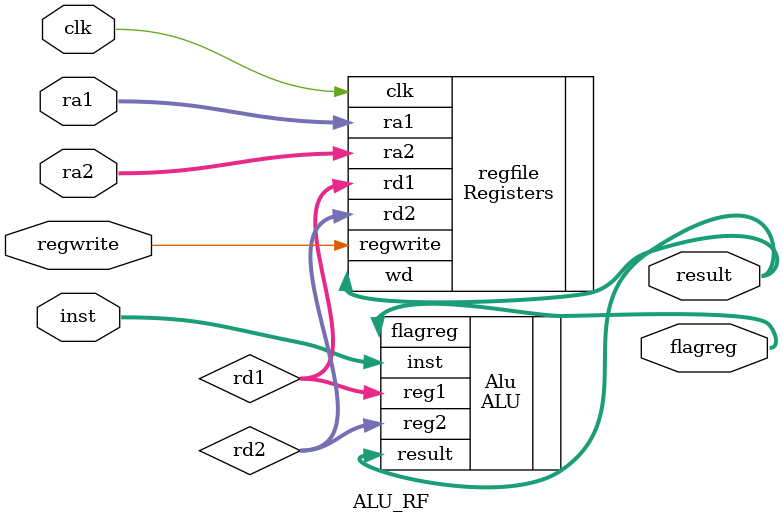
<source format=v>
/*
Top level code to combine the ALU and Registers to allow registers to be inputted into the ALU.
*/
module ALU_RF(
	input clk,
	input regwrite,
	input [3:0] ra1,
	input [3:0] ra2,
	input [3:0] inst,
	output [15:0] result,
	output [15:0] flagreg
);

wire [15:0] rd1;
wire [15:0] rd2;

// Call to RegFile Module.
Registers regfile (
	.clk(clk),
	.regwrite(regwrite),
	.ra1(ra1),
	.ra2(ra2),
	.wd(result),
	.rd1(rd1),
	.rd2(rd2)
);

// Call to ALU Module.
ALU Alu (
	.reg1(rd1),
	.reg2(rd2),
	.inst(inst),
	.result(result),
	.flagreg(flagreg)
);
	
endmodule

</source>
